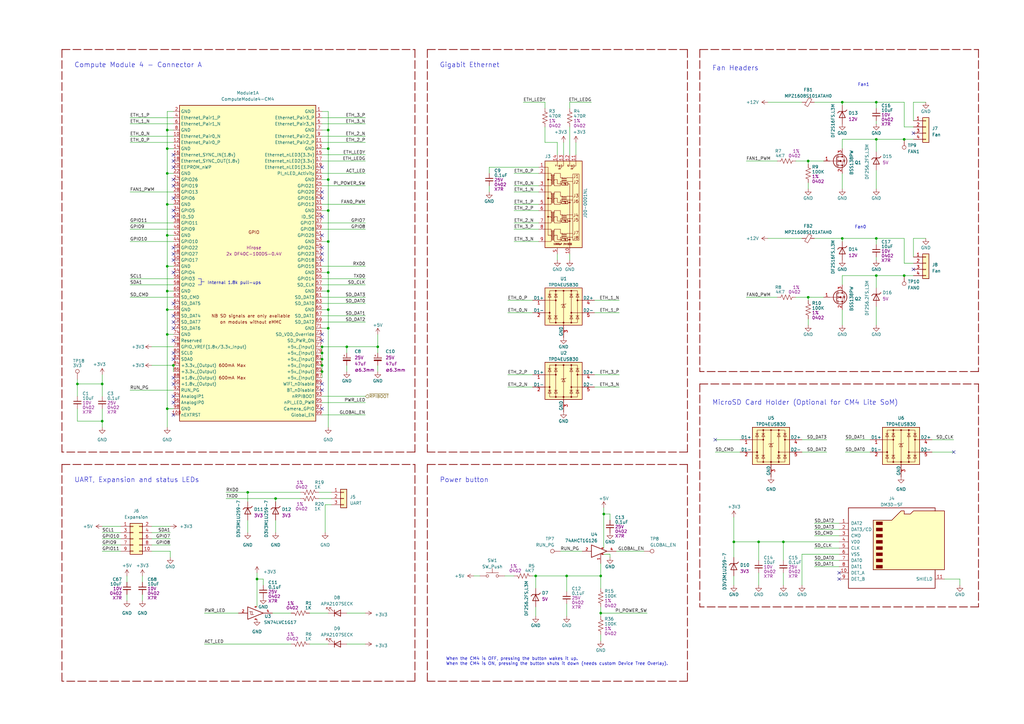
<source format=kicad_sch>
(kicad_sch (version 20211123) (generator eeschema)
  (paper "A3")
  (title_block (title "Pintry X2") (rev "${RevNum}") (company "www.cezarchirila.com") (comment 1 "2-bay NAS based on RPi CM4") (comment 9 "${DrawnBy}"))
  (junction (at 71.12 149.86) (diameter 0.9144))
  (junction (at 132.08 152.4) (diameter 0.9144))
  (junction (at 68.58 83.82) (diameter 0.9144))
  (junction (at 370.84 113.03) (diameter 0.9144))
  (junction (at 359.41 41.91) (diameter 0.9144))
  (junction (at 345.44 41.91) (diameter 0.9144))
  (junction (at 41.91 172.72) (diameter 0.9144))
  (junction (at 134.62 73.66) (diameter 0.9144))
  (junction (at 68.58 109.22) (diameter 0.9144))
  (junction (at 68.58 137.16) (diameter 0.9144))
  (junction (at 359.41 113.03) (diameter 0.9144))
  (junction (at 134.62 127) (diameter 0.9144))
  (junction (at 134.62 134.62) (diameter 0.9144))
  (junction (at 134.62 99.06) (diameter 0.9144))
  (junction (at 321.31 222.25) (diameter 0.9144))
  (junction (at 331.47 66.04) (diameter 0.9144))
  (junction (at 134.62 111.76) (diameter 0.9144))
  (junction (at 105.41 237.49) (diameter 0.9144))
  (junction (at 132.08 147.32) (diameter 0.9144))
  (junction (at 134.62 86.36) (diameter 0.9144))
  (junction (at 345.44 97.79) (diameter 0.9144))
  (junction (at 331.47 121.92) (diameter 0.9144))
  (junction (at 142.24 142.24) (diameter 0.9144))
  (junction (at 370.84 57.15) (diameter 0.9144))
  (junction (at 246.38 251.46))
  (junction (at 300.99 222.25) (diameter 0.9144))
  (junction (at 68.58 53.34) (diameter 0.9144))
  (junction (at 134.62 60.96) (diameter 0.9144))
  (junction (at 68.58 167.64) (diameter 0.9144))
  (junction (at 113.03 204.47))
  (junction (at 68.58 119.38) (diameter 0.9144))
  (junction (at 154.94 142.24) (diameter 0.9144))
  (junction (at 311.15 222.25) (diameter 0.9144))
  (junction (at 134.62 119.38) (diameter 0.9144))
  (junction (at 232.41 236.22) (diameter 0.9144))
  (junction (at 132.08 142.24) (diameter 0.9144))
  (junction (at 132.08 149.86) (diameter 0.9144))
  (junction (at 359.41 97.79) (diameter 0.9144))
  (junction (at 68.58 96.52) (diameter 0.9144))
  (junction (at 68.58 127) (diameter 0.9144))
  (junction (at 101.6 201.93))
  (junction (at 41.91 157.48) (diameter 0.9144))
  (junction (at 219.71 236.22) (diameter 0.9144))
  (junction (at 68.58 71.12) (diameter 0.9144))
  (junction (at 246.38 236.22) (diameter 0.9144))
  (junction (at 134.62 53.34) (diameter 0.9144))
  (junction (at 132.08 144.78) (diameter 0.9144))
  (junction (at 359.41 57.15) (diameter 0.9144))
  (junction (at 247.65 210.82) (diameter 0.9144))
  (junction (at 68.58 60.96) (diameter 0.9144))
  (junction (at 31.75 157.48) (diameter 0.9144))
  (no_connect (at 374.65 54.61))
  (no_connect (at 71.12 129.54))
  (no_connect (at 71.12 162.56))
  (no_connect (at 71.12 165.1))
  (no_connect (at 71.12 170.18))
  (no_connect (at 293.37 180.34))
  (no_connect (at 391.16 185.42))
  (no_connect (at 374.65 110.49))
  (no_connect (at 71.12 73.66))
  (no_connect (at 71.12 76.2))
  (no_connect (at 71.12 81.28))
  (no_connect (at 71.12 86.36))
  (no_connect (at 71.12 101.6))
  (no_connect (at 71.12 104.14))
  (no_connect (at 71.12 106.68))
  (no_connect (at 71.12 111.76))
  (no_connect (at 71.12 139.7))
  (no_connect (at 71.12 144.78))
  (no_connect (at 71.12 147.32))
  (no_connect (at 132.08 68.58))
  (no_connect (at 132.08 78.74))
  (no_connect (at 132.08 81.28))
  (no_connect (at 132.08 96.52))
  (no_connect (at 132.08 101.6))
  (no_connect (at 132.08 104.14))
  (no_connect (at 132.08 106.68))
  (no_connect (at 71.12 88.9))
  (no_connect (at 71.12 124.46))
  (no_connect (at 71.12 132.08))
  (no_connect (at 71.12 134.62))
  (no_connect (at 132.08 88.9))
  (no_connect (at 132.08 137.16))
  (no_connect (at 132.08 139.7))
  (no_connect (at 132.08 157.48))
  (no_connect (at 132.08 160.02))
  (no_connect (at 132.08 167.64))
  (no_connect (at 344.17 234.95))
  (no_connect (at 344.17 237.49))
  (no_connect (at 71.12 63.5))
  (no_connect (at 71.12 66.04))
  (no_connect (at 71.12 68.58))
  (no_connect (at 71.12 154.94))
  (no_connect (at 71.12 157.48))
  (wire (pts (xy 123.19 204.47) (xy 113.03 204.47)))
  (wire (pts (xy 105.41 234.95) (xy 105.41 237.49)))
  (wire (pts (xy 374.65 107.95) (xy 370.84 107.95)))
  (polyline (pts (xy 287.02 20.32) (xy 287.02 152.4)) (stroke (width 0.3) (type dash) (color 132 0 0 1)))
  (wire (pts (xy 370.84 41.91) (xy 359.41 41.91)))
  (wire (pts (xy 370.84 52.07) (xy 370.84 41.91)))
  (wire (pts (xy 374.65 52.07) (xy 370.84 52.07)))
  (polyline (pts (xy 170.18 20.32) (xy 170.18 185.42)) (stroke (width 0.3) (type dash) (color 132 0 0 1)))
  (wire (pts (xy 53.34 114.3) (xy 71.12 114.3)))
  (wire (pts (xy 142.24 251.46) (xy 149.86 251.46)))
  (wire (pts (xy 132.08 66.04) (xy 149.86 66.04)))
  (wire (pts (xy 130.81 201.93) (xy 135.89 201.93)))
  (wire (pts (xy 334.01 97.79) (xy 345.44 97.79)))
  (wire (pts (xy 208.28 128.27) (xy 218.44 128.27)))
  (wire (pts (xy 311.15 234.95) (xy 311.15 240.03)))
  (wire (pts (xy 132.08 73.66) (xy 134.62 73.66)))
  (wire (pts (xy 200.66 68.58) (xy 200.66 71.12)))
  (wire (pts (xy 220.98 68.58) (xy 200.66 68.58)))
  (wire (pts (xy 246.38 260.35) (xy 246.38 262.89)))
  (wire (pts (xy 69.85 218.44) (xy 62.23 218.44)))
  (wire (pts (xy 246.38 251.46) (xy 265.43 251.46)))
  (wire (pts (xy 127 251.46) (xy 134.62 251.46)))
  (wire (pts (xy 69.85 215.9) (xy 62.23 215.9)))
  (wire (pts (xy 62.23 149.86) (xy 71.12 149.86)))
  (wire (pts (xy 223.52 41.91) (xy 223.52 44.45)))
  (wire (pts (xy 194.31 236.22) (xy 196.85 236.22)))
  (wire (pts (xy 68.58 119.38) (xy 71.12 119.38)))
  (wire (pts (xy 345.44 127) (xy 345.44 133.35)))
  (wire (pts (xy 69.85 226.06) (xy 69.85 228.6)))
  (wire (pts (xy 210.82 71.12) (xy 220.98 71.12)))
  (wire (pts (xy 331.47 121.92) (xy 337.82 121.92)))
  (wire (pts (xy 154.94 149.86) (xy 154.94 152.4)))
  (wire (pts (xy 339.09 185.42) (xy 328.93 185.42)))
  (wire (pts (xy 359.41 125.73) (xy 359.41 133.35)))
  (wire (pts (xy 328.93 227.33) (xy 344.17 227.33)))
  (wire (pts (xy 68.58 96.52) (xy 71.12 96.52)))
  (wire (pts (xy 132.08 170.18) (xy 149.86 170.18)))
  (wire (pts (xy 132.08 63.5) (xy 149.86 63.5)))
  (wire (pts (xy 132.08 86.36) (xy 134.62 86.36)))
  (wire (pts (xy 68.58 137.16) (xy 71.12 137.16)))
  (wire (pts (xy 132.08 71.12) (xy 149.86 71.12)))
  (wire (pts (xy 31.75 157.48) (xy 31.75 162.56)))
  (wire (pts (xy 101.6 205.74) (xy 101.6 201.93)))
  (wire (pts (xy 92.71 201.93) (xy 101.6 201.93)))
  (wire (pts (xy 247.65 208.28) (xy 247.65 210.82)))
  (wire (pts (xy 210.82 91.44) (xy 220.98 91.44)))
  (wire (pts (xy 210.82 86.36) (xy 220.98 86.36)))
  (wire (pts (xy 208.28 153.67) (xy 218.44 153.67)))
  (wire (pts (xy 207.01 236.22) (xy 210.82 236.22)))
  (wire (pts (xy 359.41 57.15) (xy 359.41 62.23)))
  (wire (pts (xy 370.84 57.15) (xy 359.41 57.15)))
  (wire (pts (xy 374.65 57.15) (xy 370.84 57.15)))
  (wire (pts (xy 71.12 160.02) (xy 53.34 160.02)))
  (wire (pts (xy 359.41 105.41) (xy 359.41 106.68)))
  (wire (pts (xy 208.28 158.75) (xy 218.44 158.75)))
  (wire (pts (xy 149.86 116.84) (xy 132.08 116.84)))
  (wire (pts (xy 250.19 210.82) (xy 247.65 210.82)))
  (wire (pts (xy 53.34 99.06) (xy 71.12 99.06)))
  (wire (pts (xy 62.23 223.52) (xy 69.85 223.52)))
  (wire (pts (xy 149.86 129.54) (xy 132.08 129.54)))
  (wire (pts (xy 68.58 83.82) (xy 71.12 83.82)))
  (wire (pts (xy 236.22 58.42) (xy 236.22 63.5)))
  (wire (pts (xy 149.86 132.08) (xy 132.08 132.08)))
  (wire (pts (xy 83.82 251.46) (xy 97.79 251.46)))
  (wire (pts (xy 132.08 142.24) (xy 142.24 142.24)))
  (wire (pts (xy 142.24 142.24) (xy 154.94 142.24)))
  (wire (pts (xy 154.94 144.78) (xy 154.94 142.24)))
  (wire (pts (xy 132.08 142.24) (xy 132.08 144.78)))
  (wire (pts (xy 132.08 144.78) (xy 132.08 147.32)))
  (wire (pts (xy 132.08 147.32) (xy 132.08 149.86)))
  (wire (pts (xy 132.08 149.86) (xy 132.08 152.4)))
  (wire (pts (xy 132.08 152.4) (xy 132.08 154.94)))
  (wire (pts (xy 359.41 97.79) (xy 345.44 97.79)))
  (wire (pts (xy 321.31 222.25) (xy 344.17 222.25)))
  (wire (pts (xy 254 158.75) (xy 243.84 158.75)))
  (wire (pts (xy 314.96 41.91) (xy 328.93 41.91)))
  (wire (pts (xy 374.65 41.91) (xy 374.65 49.53)))
  (wire (pts (xy 379.73 41.91) (xy 374.65 41.91)))
  (wire (pts (xy 62.23 226.06) (xy 69.85 226.06)))
  (wire (pts (xy 334.01 232.41) (xy 344.17 232.41)))
  (wire (pts (xy 113.03 205.74) (xy 113.03 204.47)))
  (wire (pts (xy 210.82 99.06) (xy 220.98 99.06)))
  (wire (pts (xy 232.41 236.22) (xy 232.41 242.57)))
  (wire (pts (xy 359.41 49.53) (xy 359.41 50.8)))
  (wire (pts (xy 293.37 185.42) (xy 303.53 185.42)))
  (wire (pts (xy 210.82 83.82) (xy 220.98 83.82)))
  (wire (pts (xy 370.84 113.03) (xy 359.41 113.03)))
  (wire (pts (xy 374.65 113.03) (xy 370.84 113.03)))
  (wire (pts (xy 326.39 121.92) (xy 331.47 121.92)))
  (wire (pts (xy 149.86 114.3) (xy 132.08 114.3)))
  (wire (pts (xy 132.08 165.1) (xy 149.86 165.1)))
  (wire (pts (xy 345.44 113.03) (xy 359.41 113.03)))
  (wire (pts (xy 149.86 83.82) (xy 132.08 83.82)))
  (wire (pts (xy 132.08 124.46) (xy 149.86 124.46)))
  (polyline (pts (xy 25.4 190.5) (xy 25.4 279.4)) (stroke (width 0.3) (type dash) (color 132 0 0 1)))
  (wire (pts (xy 254 128.27) (xy 243.84 128.27)))
  (wire (pts (xy 149.86 264.16) (xy 142.24 264.16)))
  (wire (pts (xy 105.41 237.49) (xy 105.41 248.92)))
  (wire (pts (xy 149.86 121.92) (xy 132.08 121.92)))
  (wire (pts (xy 300.99 222.25) (xy 311.15 222.25)))
  (wire (pts (xy 233.68 41.91) (xy 233.68 44.45)))
  (wire (pts (xy 133.35 207.01) (xy 135.89 207.01)))
  (wire (pts (xy 133.35 218.44) (xy 133.35 207.01)))
  (wire (pts (xy 306.07 66.04) (xy 318.77 66.04)))
  (wire (pts (xy 311.15 222.25) (xy 321.31 222.25)))
  (wire (pts (xy 311.15 229.87) (xy 311.15 222.25)))
  (wire (pts (xy 218.44 236.22) (xy 219.71 236.22)))
  (wire (pts (xy 219.71 236.22) (xy 232.41 236.22)))
  (wire (pts (xy 232.41 236.22) (xy 246.38 236.22)))
  (wire (pts (xy 154.94 137.16) (xy 154.94 142.24)))
  (wire (pts (xy 334.01 214.63) (xy 344.17 214.63)))
  (wire (pts (xy 208.28 123.19) (xy 218.44 123.19)))
  (wire (pts (xy 119.38 264.16) (xy 83.82 264.16)))
  (wire (pts (xy 331.47 121.92) (xy 331.47 123.19)))
  (wire (pts (xy 132.08 127) (xy 134.62 127)))
  (wire (pts (xy 359.41 100.33) (xy 359.41 97.79)))
  (wire (pts (xy 321.31 229.87) (xy 321.31 222.25)))
  (polyline (pts (xy 401.32 152.4) (xy 287.02 152.4)) (stroke (width 0.3) (type dash) (color 132 0 0 1)))
  (wire (pts (xy 53.34 78.74) (xy 71.12 78.74)))
  (wire (pts (xy 41.91 226.06) (xy 49.53 226.06)))
  (wire (pts (xy 119.38 251.46) (xy 111.76 251.46)))
  (wire (pts (xy 52.07 236.22) (xy 52.07 238.76)))
  (wire (pts (xy 359.41 113.03) (xy 359.41 118.11)))
  (wire (pts (xy 53.34 121.92) (xy 71.12 121.92)))
  (wire (pts (xy 53.34 55.88) (xy 71.12 55.88)))
  (wire (pts (xy 219.71 248.92) (xy 219.71 252.73)))
  (wire (pts (xy 132.08 60.96) (xy 134.62 60.96)))
  (wire (pts (xy 200.66 76.2) (xy 200.66 78.74)))
  (wire (pts (xy 68.58 60.96) (xy 71.12 60.96)))
  (wire (pts (xy 314.96 97.79) (xy 328.93 97.79)))
  (wire (pts (xy 346.71 185.42) (xy 356.87 185.42)))
  (wire (pts (xy 92.71 204.47) (xy 113.03 204.47)))
  (wire (pts (xy 62.23 220.98) (xy 69.85 220.98)))
  (wire (pts (xy 382.27 180.34) (xy 391.16 180.34)))
  (wire (pts (xy 250.19 213.36) (xy 250.19 210.82)))
  (wire (pts (xy 334.01 224.79) (xy 344.17 224.79)))
  (wire (pts (xy 334.01 219.71) (xy 344.17 219.71)))
  (polyline (pts (xy 281.94 279.4) (xy 175.26 279.4)) (stroke (width 0.3) (type dash) (color 132 0 0 1)))
  (wire (pts (xy 321.31 234.95) (xy 321.31 240.03)))
  (wire (pts (xy 345.44 71.12) (xy 345.44 77.47)))
  (wire (pts (xy 370.84 107.95) (xy 370.84 97.79)))
  (wire (pts (xy 53.34 116.84) (xy 71.12 116.84)))
  (wire (pts (xy 246.38 248.92) (xy 246.38 251.46)))
  (wire (pts (xy 246.38 251.46) (xy 246.38 252.73)))
  (wire (pts (xy 41.91 153.67) (xy 41.91 157.48)))
  (wire (pts (xy 134.62 264.16) (xy 127 264.16)))
  (wire (pts (xy 132.08 119.38) (xy 134.62 119.38)))
  (wire (pts (xy 359.41 69.85) (xy 359.41 77.47)))
  (wire (pts (xy 345.44 97.79) (xy 345.44 99.06)))
  (polyline (pts (xy 401.32 248.92) (xy 287.02 248.92)) (stroke (width 0.3) (type dash) (color 132 0 0 1)))
  (polyline (pts (xy 175.26 20.32) (xy 281.94 20.32)) (stroke (width 0.3) (type dash) (color 132 0 0 1)))
  (wire (pts (xy 31.75 157.48) (xy 41.91 157.48)))
  (wire (pts (xy 41.91 157.48) (xy 41.91 162.56)))
  (wire (pts (xy 149.86 50.8) (xy 132.08 50.8)))
  (wire (pts (xy 223.52 58.42) (xy 223.52 52.07)))
  (wire (pts (xy 228.6 58.42) (xy 223.52 58.42)))
  (wire (pts (xy 228.6 63.5) (xy 228.6 58.42)))
  (wire (pts (xy 53.34 50.8) (xy 71.12 50.8)))
  (wire (pts (xy 49.53 220.98) (xy 41.91 220.98)))
  (wire (pts (xy 334.01 41.91) (xy 345.44 41.91)))
  (wire (pts (xy 345.44 41.91) (xy 345.44 43.18)))
  (wire (pts (xy 68.58 167.64) (xy 71.12 167.64)))
  (wire (pts (xy 345.44 57.15) (xy 359.41 57.15)))
  (wire (pts (xy 345.44 60.96) (xy 345.44 57.15)))
  (polyline (pts (xy 281.94 185.42) (xy 175.26 185.42)) (stroke (width 0.3) (type dash) (color 132 0 0 1)))
  (wire (pts (xy 53.34 91.44) (xy 71.12 91.44)))
  (wire (pts (xy 300.99 212.09) (xy 300.99 222.25)))
  (wire (pts (xy 300.99 222.25) (xy 300.99 228.6)))
  (wire (pts (xy 132.08 91.44) (xy 149.86 91.44)))
  (wire (pts (xy 293.37 180.34) (xy 303.53 180.34)))
  (wire (pts (xy 228.6 104.14) (xy 228.6 106.68)))
  (wire (pts (xy 306.07 121.92) (xy 318.77 121.92)))
  (wire (pts (xy 379.73 97.79) (xy 374.65 97.79)))
  (polyline (pts (xy 170.18 185.42) (xy 25.4 185.42)) (stroke (width 0.3) (type dash) (color 132 0 0 1)))
  (polyline (pts (xy 170.18 190.5) (xy 170.18 279.4)) (stroke (width 0.3) (type dash) (color 132 0 0 1)))
  (wire (pts (xy 142.24 142.24) (xy 142.24 144.78)))
  (wire (pts (xy 359.41 41.91) (xy 345.44 41.91)))
  (wire (pts (xy 359.41 44.45) (xy 359.41 41.91)))
  (wire (pts (xy 132.08 134.62) (xy 134.62 134.62)))
  (wire (pts (xy 113.03 218.44) (xy 113.03 213.36)))
  (wire (pts (xy 41.91 175.26) (xy 41.91 172.72)))
  (wire (pts (xy 233.68 52.07) (xy 233.68 63.5)))
  (wire (pts (xy 62.23 142.24) (xy 71.12 142.24)))
  (wire (pts (xy 31.75 155.575) (xy 31.75 157.48)))
  (wire (pts (xy 58.42 243.84) (xy 58.42 246.38)))
  (wire (pts (xy 53.34 48.26) (xy 71.12 48.26)))
  (wire (pts (xy 393.7 237.49) (xy 393.7 240.03)))
  (wire (pts (xy 331.47 66.04) (xy 331.47 67.31)))
  (polyline (pts (xy 401.32 157.48) (xy 401.32 248.92)) (stroke (width 0.3) (type dash) (color 132 0 0 1)))
  (wire (pts (xy 370.84 97.79) (xy 359.41 97.79)))
  (wire (pts (xy 71.12 149.86) (xy 71.12 152.4)))
  (wire (pts (xy 107.95 237.49) (xy 105.41 237.49)))
  (wire (pts (xy 107.95 240.03) (xy 107.95 237.49)))
  (wire (pts (xy 246.38 236.22) (xy 246.38 241.3)))
  (wire (pts (xy 252.73 226.06) (xy 264.16 226.06)))
  (wire (pts (xy 49.53 218.44) (xy 41.91 218.44)))
  (wire (pts (xy 149.86 58.42) (xy 132.08 58.42)))
  (wire (pts (xy 53.34 58.42) (xy 71.12 58.42)))
  (wire (pts (xy 130.81 204.47) (xy 135.89 204.47)))
  (wire (pts (xy 101.6 218.44) (xy 101.6 213.36)))
  (wire (pts (xy 132.08 99.06) (xy 134.62 99.06)))
  (polyline (pts (xy 25.4 20.32) (xy 170.18 20.32)) (stroke (width 0.3) (type dash) (color 132 0 0 1)))
  (wire (pts (xy 53.34 93.98) (xy 71.12 93.98)))
  (wire (pts (xy 214.63 41.91) (xy 223.52 41.91)))
  (wire (pts (xy 31.75 172.72) (xy 41.91 172.72)))
  (wire (pts (xy 41.91 172.72) (xy 41.91 167.64)))
  (wire (pts (xy 334.01 229.87) (xy 344.17 229.87)))
  (polyline (pts (xy 25.4 190.5) (xy 170.18 190.5)) (stroke (width 0.3) (type dash) (color 132 0 0 1)))
  (wire (pts (xy 68.58 109.22) (xy 71.12 109.22)))
  (wire (pts (xy 345.44 116.84) (xy 345.44 113.03)))
  (wire (pts (xy 246.38 231.14) (xy 246.38 236.22)))
  (polyline (pts (xy 281.94 190.5) (xy 281.94 279.4)) (stroke (width 0.3) (type dash) (color 132 0 0 1)))
  (wire (pts (xy 123.19 201.93) (xy 101.6 201.93)))
  (wire (pts (xy 58.42 236.22) (xy 58.42 238.76)))
  (wire (pts (xy 68.58 127) (xy 71.12 127)))
  (wire (pts (xy 229.87 226.06) (xy 238.76 226.06)))
  (wire (pts (xy 339.09 180.34) (xy 328.93 180.34)))
  (wire (pts (xy 49.53 215.9) (xy 41.91 215.9)))
  (wire (pts (xy 219.71 236.22) (xy 219.71 241.3)))
  (wire (pts (xy 49.53 223.52) (xy 41.91 223.52)))
  (wire (pts (xy 233.68 41.91) (xy 242.57 41.91)))
  (polyline (pts (xy 401.32 20.32) (xy 401.32 152.4)) (stroke (width 0.3) (type dash) (color 132 0 0 1)))
  (wire (pts (xy 52.07 243.84) (xy 52.07 246.38)))
  (wire (pts (xy 328.93 227.33) (xy 328.93 240.03)))
  (polyline (pts (xy 175.26 190.5) (xy 281.94 190.5)) (stroke (width 0.3) (type dash) (color 132 0 0 1)))
  (wire (pts (xy 331.47 130.81) (xy 331.47 133.35)))
  (wire (pts (xy 68.58 71.12) (xy 71.12 71.12)))
  (wire (pts (xy 132.08 111.76) (xy 134.62 111.76)))
  (wire (pts (xy 149.86 48.26) (xy 132.08 48.26)))
  (polyline (pts (xy 81.28 114.3) (xy 82.55 114.3)) (stroke (width 0.1524) (type solid)))
  (polyline (pts (xy 81.28 116.84) (xy 82.55 116.84)) (stroke (width 0.1524) (type solid)))
  (polyline (pts (xy 82.55 114.3) (xy 82.55 115.57)) (stroke (width 0.1524) (type solid)))
  (polyline (pts (xy 82.55 115.57) (xy 82.55 116.84)) (stroke (width 0.1524) (type solid)))
  (polyline (pts (xy 82.55 115.57) (xy 83.82 115.57)) (stroke (width 0.1524) (type solid)))
  (wire (pts (xy 254 153.67) (xy 243.84 153.67)))
  (wire (pts (xy 334.01 217.17) (xy 344.17 217.17)))
  (polyline (pts (xy 175.26 190.5) (xy 175.26 279.4)) (stroke (width 0.3) (type dash) (color 132 0 0 1)))
  (wire (pts (xy 132.08 93.98) (xy 149.86 93.98)))
  (wire (pts (xy 382.27 185.42) (xy 391.16 185.42)))
  (wire (pts (xy 231.14 58.42) (xy 231.14 63.5)))
  (wire (pts (xy 326.39 66.04) (xy 331.47 66.04)))
  (wire (pts (xy 331.47 66.04) (xy 337.82 66.04)))
  (wire (pts (xy 68.58 53.34) (xy 71.12 53.34)))
  (wire (pts (xy 374.65 97.79) (xy 374.65 105.41)))
  (wire (pts (xy 247.65 210.82) (xy 247.65 224.79)))
  (wire (pts (xy 331.47 74.93) (xy 331.47 77.47)))
  (polyline (pts (xy 287.02 157.48) (xy 287.02 248.92)) (stroke (width 0.3) (type dash) (color 132 0 0 1)))
  (wire (pts (xy 346.71 180.34) (xy 356.87 180.34)))
  (polyline (pts (xy 287.02 157.48) (xy 401.32 157.48)) (stroke (width 0.3) (type dash) (color 132 0 0 1)))
  (polyline (pts (xy 170.18 279.4) (xy 25.4 279.4)) (stroke (width 0.3) (type dash) (color 132 0 0 1)))
  (wire (pts (xy 68.58 45.72) (xy 68.58 53.34)))
  (wire (pts (xy 68.58 53.34) (xy 68.58 60.96)))
  (wire (pts (xy 68.58 60.96) (xy 68.58 71.12)))
  (wire (pts (xy 68.58 71.12) (xy 68.58 83.82)))
  (wire (pts (xy 68.58 83.82) (xy 68.58 96.52)))
  (wire (pts (xy 68.58 96.52) (xy 68.58 109.22)))
  (wire (pts (xy 68.58 109.22) (xy 68.58 119.38)))
  (wire (pts (xy 68.58 119.38) (xy 68.58 127)))
  (wire (pts (xy 68.58 127) (xy 68.58 137.16)))
  (wire (pts (xy 68.58 137.16) (xy 68.58 167.64)))
  (wire (pts (xy 68.58 167.64) (xy 68.58 175.26)))
  (wire (pts (xy 71.12 45.72) (xy 68.58 45.72)))
  (wire (pts (xy 132.08 45.72) (xy 134.62 45.72)))
  (wire (pts (xy 134.62 45.72) (xy 134.62 53.34)))
  (wire (pts (xy 134.62 53.34) (xy 134.62 60.96)))
  (wire (pts (xy 134.62 60.96) (xy 134.62 73.66)))
  (wire (pts (xy 134.62 73.66) (xy 134.62 86.36)))
  (wire (pts (xy 134.62 86.36) (xy 134.62 99.06)))
  (wire (pts (xy 134.62 99.06) (xy 134.62 111.76)))
  (wire (pts (xy 134.62 111.76) (xy 134.62 119.38)))
  (wire (pts (xy 134.62 119.38) (xy 134.62 127)))
  (wire (pts (xy 134.62 127) (xy 134.62 134.62)))
  (wire (pts (xy 134.62 134.62) (xy 134.62 175.26)))
  (wire (pts (xy 149.86 55.88) (xy 132.08 55.88)))
  (wire (pts (xy 210.82 76.2) (xy 220.98 76.2)))
  (wire (pts (xy 300.99 236.22) (xy 300.99 240.03)))
  (polyline (pts (xy 25.4 20.32) (xy 25.4 185.42)) (stroke (width 0.3) (type dash) (color 132 0 0 1)))
  (wire (pts (xy 247.65 227.33) (xy 250.19 227.33)))
  (wire (pts (xy 250.19 227.33) (xy 250.19 228.6)))
  (wire (pts (xy 142.24 149.86) (xy 142.24 152.4)))
  (wire (pts (xy 210.82 78.74) (xy 220.98 78.74)))
  (polyline (pts (xy 175.26 20.32) (xy 175.26 185.42)) (stroke (width 0.3) (type dash) (color 132 0 0 1)))
  (wire (pts (xy 233.68 104.14) (xy 233.68 106.68)))
  (wire (pts (xy 387.35 237.49) (xy 393.7 237.49)))
  (wire (pts (xy 254 123.19) (xy 243.84 123.19)))
  (wire (pts (xy 31.75 167.64) (xy 31.75 172.72)))
  (wire (pts (xy 132.08 53.34) (xy 134.62 53.34)))
  (wire (pts (xy 232.41 247.65) (xy 232.41 252.73)))
  (wire (pts (xy 132.08 109.22) (xy 149.86 109.22)))
  (wire (pts (xy 132.08 76.2) (xy 149.86 76.2)))
  (polyline (pts (xy 287.02 20.32) (xy 401.32 20.32)) (stroke (width 0.3) (type dash) (color 132 0 0 1)))
  (wire (pts (xy 132.08 162.56) (xy 149.86 162.56)))
  (polyline (pts (xy 281.94 20.32) (xy 281.94 185.42)) (stroke (width 0.3) (type dash) (color 132 0 0 1)))
  (wire (pts (xy 210.82 93.98) (xy 220.98 93.98)))
  (text "Gigabit Ethernet\n" (at 180.34 27.94 0) (effects (font (size 2 2)) (justify left bottom)))
  (text "Internal 1.8k pull-ups\n" (at 85.09 116.84 0) (effects (font (size 1.27 1.27)) (justify left bottom)))
  (text "When the CM4 is OFF, pressing the button wakes it up.\nWhen the CM4 is ON, pressing the button shuts it down (needs custom Device Tree Overlay)." (at 182.88 273.05 0) (effects (font (size 1.27 1.27)) (justify left bottom)))
  (text "UART, Expansion and status LEDs" (at 30.48 198.12 0) (effects (font (size 2 2)) (justify left bottom)))
  (text "MicroSD Card Holder (Optional for CM4 Lite SoM)" (at 292.1 166.37 0) (effects (font (size 2 2)) (justify left bottom)))
  (text "Fan1" (at 351.79 35.56 0) (effects (font (size 1.27 1.27)) (justify left bottom)))
  (text "Fan0" (at 350.52 93.98 0) (effects (font (size 1.27 1.27)) (justify left bottom)))
  (text "Fan Headers\n" (at 292.1 29.21 0) (effects (font (size 2 2)) (justify left bottom)))
  (text "Power button\n" (at 180.34 198.12 0) (effects (font (size 2 2)) (justify left bottom)))
  (text "Compute Module 4 - Connector A\n" (at 30.48 27.94 0) (effects (font (size 2 2)) (justify left bottom)))
  (label "GPIO7" (at 149.86 91.44 180))
  (label "ETH_3_P" (at 210.82 93.98 0))
  (label "ETH_0_P" (at 53.34 58.42 0))
  (label "ETH_3_P" (at 254 153.67 180))
  (label "GLOBAL_EN" (at 264.16 226.06 180))
  (label "GPIO9" (at 41.91 223.52 0))
  (label "SD_CMD" (at 53.34 121.92 0))
  (label "SD_CLK" (at 334.01 224.79 0))
  (label "ETH_LEDY" (at 149.86 63.5 180))
  (label "SD_DAT0" (at 149.86 124.46 180))
  (label "ETH_1_P" (at 254 128.27 180))
  (label "FAN1_PWM" (at 306.07 66.04 0))
  (label "ACT_LED" (at 83.82 264.16 0))
  (label "ETH_2_P" (at 149.86 58.42 180))
  (label "ACT_LED" (at 149.86 71.12 180))
  (label "SD_DAT2" (at 339.09 185.42 180))
  (label "ETH_1_P" (at 210.82 83.82 0))
  (label "SCL1" (at 41.91 218.44 0))
  (label "FAN0_PWM" (at 149.86 83.82 180))
  (label "ETH_2_P" (at 208.28 153.67 0))
  (label "SD_DAT2" (at 334.01 214.63 0))
  (label "ETH_1_N" (at 210.82 78.74 0))
  (label "TXD0" (at 92.71 204.47 0))
  (label "ETH_1_P" (at 53.34 48.26 0))
  (label "SD_DAT1" (at 149.86 129.54 180))
  (label "ETH_3_N" (at 149.86 50.8 180))
  (label "PWR_LED" (at 83.82 251.46 0))
  (label "GPIO9" (at 53.34 93.98 0))
  (label "PI_POWER_SW" (at 265.43 251.46 180))
  (label "ETH_0_N" (at 210.82 76.2 0))
  (label "PI_POWER_SW" (at 149.86 76.2 180))
  (label "SD_DAT1" (at 346.71 180.34 0))
  (label "SD_DAT3" (at 149.86 121.92 180))
  (label "SD_DAT3" (at 339.09 180.34 180))
  (label "RXD0" (at 92.71 201.93 0))
  (label "GLOBAL_EN" (at 149.86 170.18 180))
  (label "SCL1" (at 53.34 114.3 0))
  (label "ETH_1_N" (at 254 123.19 180))
  (label "TXD0" (at 149.86 114.3 180))
  (label "ETH_LEDG" (at 149.86 66.04 180))
  (label "FAN0_PWM" (at 306.07 121.92 0))
  (label "SD_DAT3" (at 334.01 217.17 0))
  (label "ETH_0_P" (at 210.82 71.12 0))
  (label "GPIO8" (at 149.86 93.98 180))
  (label "FAN1_PWM" (at 53.34 78.74 0))
  (label "SD_CMD" (at 334.01 219.71 0))
  (label "PWR_LED" (at 149.86 165.1 180))
  (label "SD_DAT0" (at 346.71 185.42 0))
  (label "GPIO7" (at 69.85 220.98 180))
  (label "ETH_2_N" (at 210.82 91.44 0))
  (label "ETH_LEDY" (at 214.63 41.91 0))
  (label "ETH_2_N" (at 208.28 158.75 0))
  (label "GPIO11" (at 53.34 91.44 0))
  (label "RUN_PG" (at 53.34 160.02 0))
  (label "GPIO10" (at 53.34 99.06 0))
  (label "ETH_1_N" (at 53.34 50.8 0))
  (label "SD_CMD" (at 293.37 185.42 0))
  (label "ETH_0_N" (at 208.28 128.27 0))
  (label "GPIO8" (at 69.85 223.52 180))
  (label "SD_DAT1" (at 334.01 232.41 0))
  (label "GPIO11" (at 41.91 226.06 0))
  (label "SD_DAT0" (at 334.01 229.87 0))
  (label "SD_DAT2" (at 149.86 132.08 180))
  (label "RXD0" (at 149.86 109.22 180))
  (label "RUN_PG" (at 229.87 226.06 0))
  (label "ETH_2_N" (at 149.86 55.88 180))
  (label "ETH_0_P" (at 208.28 123.19 0))
  (label "ETH_0_N" (at 53.34 55.88 0))
  (label "SD_CLK" (at 149.86 116.84 180))
  (label "ETH_2_P" (at 210.82 86.36 0))
  (label "ETH_LEDG" (at 242.57 41.91 180))
  (label "ETH_3_P" (at 149.86 48.26 180))
  (label "ETH_3_N" (at 254 158.75 180))
  (label "ETH_3_N" (at 210.82 99.06 0))
  (label "SD_CLK" (at 391.16 180.34 180))
  (label "GPIO10" (at 41.91 220.98 0))
  (label "SDA1" (at 69.85 218.44 180))
  (label "SDA1" (at 53.34 116.84 0))
  (hierarchical_label "~{RPIBOOT}" (shape input) (at 149.86 162.56 0))
  (symbol (lib_id "power:+3.3V") (at 58.42 236.22 0) (unit 1)
    (property "Reference" "#PWR0159" (effects hide))
    (property "Value" "+3.3V" (at 58.42 231.9654 0))
  )
  (symbol (lib_id "Connector:TestPoint") (at 264.16 226.06 270) (unit 1)
    (property "Reference" "TP8" (at 266.6366 220.98 90) (effects (justify left)))
    (property "Value" "GLOBAL_EN" (at 266.6366 223.52 90) (effects (justify left)))
    (property "Footprint" "PintryParts-Footprints:TestPoint_Pad_D1.0mm" (effects hide))
  )
  (symbol (lib_id "power:+5V") (at 194.31 236.22 90) (unit 1)
    (property "Reference" "#PWR034" (effects hide))
    (property "Value" "+5V" (at 190.5 236.2201 90) (effects (justify left)))
  )
  (symbol (lib_id "power:+3.3V") (at 41.91 153.67 0) (unit 1)
    (property "Reference" "#PWR03" (effects hide))
    (property "Value" "+3.3V" (at 38.1 149.4154 0) (effects (justify left)))
  )
  (symbol (lib_id "PintryParts-Symbols:D3V3M1U259-7") (at 300.99 232.41 270) (unit 1)
    (property "Reference" "D10" (at 303.53 231.7749 90) (effects (justify left)))
    (property "Value" "D3V3M1U259-7" (at 297.18 226.6949 0) (effects (justify left)))
    (property "Footprint" "Diode_SMD:D_SOD-923" (effects hide))
    (property "Datasheet" "https://www.diodes.com/assets/Datasheets/D3V3M1U2S9.pdf" (effects hide))
    (property "VRWM" "3V3" (at 303.53 234.3149 90) (effects (justify left)))
    (property "Part Number" "D3V3M1U2S9-7" (effects hide))
    (property "Manufacturer" "Diodes" (effects hide))
  )
  (symbol (lib_id "PintryParts-Symbols:TPD4EUSB30") (at 369.57 182.88 0) (unit 1)
    (property "Reference" "U6" (at 369.57 171.45 0))
    (property "Value" "TPD4EUSB30" (at 369.57 173.99 0))
    (property "Footprint" "Package_SON:USON-10_2.5x1.0mm_P0.5mm" (effects hide))
    (property "Datasheet" "http://www.ti.com/lit/ds/symlink/tpd2eusb30a.pdf" (effects hide))
    (property "Part Number" "TPD4EUSB30DQAR" (effects hide))
    (property "Manufacturer" "Texas Instruments" (effects hide))
  )
  (symbol (lib_id "PintryParts-Symbols:MPZ1608S101ATAH0") (at 331.47 97.79 270) (unit 1)
    (property "Reference" "FB2" (at 331.47 92.71 90))
    (property "Value" "MPZ1608S101ATAH0" (at 331.47 95.25 90))
    (property "Footprint" "PintryParts-Footprints:L_0603_1608Metric" (effects hide))
    (property "Datasheet" "https://product.tdk.com/info/en/catalog/datasheets/beads_commercial_power_mpz1608_en.pdf?ref_disty=digikey" (effects hide))
    (property "Impedance" "100Ω @ 100MHz" (effects hide))
    (property "Manufacturer" "TDK" (effects hide))
    (property "Part Number" "MPZ1608S101ATAH0" (effects hide))
  )
  (symbol (lib_id "Device:R_US") (at 223.52 48.26 0) (unit 1)
    (property "Reference" "R3" (at 225.044 45.5929 0) (effects (justify left)))
    (property "Value" "470R" (at 225.044 47.6249 0) (effects (justify left)))
    (property "Footprint" "PintryParts-Footprints:R_0402_1005Metric" (effects hide))
    (property "Tolerance" "1%" (at 225.044 49.53 0) (effects (justify left)))
    (property "Size" "0402" (at 225.044 51.562 0) (effects (justify left)))
  )
  (symbol (lib_id "PintryParts-Symbols:TPD4EUSB30") (at 231.14 125.73 0) (unit 1)
    (property "Reference" "U1" (at 231.14 114.3 0))
    (property "Value" "TPD4EUSB30" (at 231.14 116.84 0))
    (property "Footprint" "Package_SON:USON-10_2.5x1.0mm_P0.5mm" (effects hide))
    (property "Datasheet" "http://www.ti.com/lit/ds/symlink/tpd2eusb30a.pdf" (effects hide))
    (property "Part Number" "TPD4EUSB30DQAR" (effects hide))
    (property "Manufacturer" "Texas Instruments" (effects hide))
  )
  (symbol (lib_id "power:+5V") (at 41.91 215.9 90) (unit 1)
    (property "Reference" "#PWR0162" (effects hide))
    (property "Value" "+5V" (at 38.1 215.9001 90) (effects (justify left)))
  )
  (symbol (lib_id "Device:C_Small") (at 250.19 215.9 0) (unit 1)
    (property "Reference" "C13" (at 252.222 212.2169 0) (effects (justify left)))
    (property "Value" "0.1uF" (at 252.222 214.1219 0) (effects (justify left)))
    (property "Footprint" "PintryParts-Footprints:C_0402_1005Metric" (effects hide))
    (property "Voltage Rating" "25V" (at 252.222 216.027 0) (effects (justify left)))
    (property "Size" "0402" (at 252.222 217.932 0) (effects (justify left)))
    (property "Type" "X7R" (at 252.222 219.837 0) (effects (justify left)))
  )
  (symbol (lib_id "PintryParts-Symbols:SN74LVC1G17") (at 105.41 251.46 0) (unit 1)
    (property "Reference" "U3" (at 109.855 252.73 0))
    (property "Value" "SN74LVC1G17" (at 114.935 255.27 0))
    (property "Footprint" "Package_TO_SOT_SMD:SOT-23-5" (effects hide))
    (property "Datasheet" "https://www.ti.com/lit/ds/symlink/sn74lvc1g17.pdf" (effects hide))
    (property "Manufacturer" "Texas Instruments" (effects hide))
    (property "Part Number" "SN74LVC1G17DBVR" (effects hide))
  )
  (symbol (lib_id "power:+12V") (at 314.96 41.91 90) (unit 1)
    (property "Reference" "#PWR055" (effects hide))
    (property "Value" "+12V" (at 308.61 41.9099 90))
  )
  (symbol (lib_id "power:GND") (at 379.73 41.91 0) (unit 1)
    (property "Reference" "#PWR070" (effects hide))
    (property "Value" "GND" (at 379.73 45.72 0))
  )
  (symbol (lib_id "power:GND") (at 250.19 228.6 0) (unit 1)
    (property "Reference" "#PWR043" (effects hide))
    (property "Value" "GND" (at 250.19 232.41 0))
  )
  (symbol (lib_id "Device:C_Small") (at 232.41 245.11 0) (unit 1)
    (property "Reference" "C12" (at 234.442 241.4269 0) (effects (justify left)))
    (property "Value" "0.1uF" (at 234.442 243.3319 0) (effects (justify left)))
    (property "Footprint" "PintryParts-Footprints:C_0402_1005Metric" (effects hide))
    (property "Voltage Rating" "25V" (at 234.442 245.237 0) (effects (justify left)))
    (property "Size" "0402" (at 234.442 247.142 0) (effects (justify left)))
    (property "Type" "X7R" (at 234.442 249.047 0) (effects (justify left)))
  )
  (symbol (lib_id "Device:C_Small") (at 359.41 102.87 0) (unit 1)
    (property "Reference" "C17" (at 361.442 99.1869 0) (effects (justify left)))
    (property "Value" "10uF" (at 361.442 101.0919 0) (effects (justify left)))
    (property "Footprint" "PintryParts-Footprints:C_0402_1005Metric" (effects hide))
    (property "Voltage Rating" "10V" (at 361.442 102.997 0) (effects (justify left)))
    (property "Size" "0402" (at 361.442 104.902 0) (effects (justify left)))
    (property "Type" "X7R" (at 361.442 106.807 0) (effects (justify left)))
  )
  (symbol (lib_id "power:GND") (at 321.31 240.03 0) (unit 1)
    (property "Reference" "#PWR050" (effects hide))
    (property "Value" "GND" (at 321.31 243.84 0))
  )
  (symbol (lib_id "Device:C_Small") (at 311.15 232.41 0) (unit 1)
    (property "Reference" "C14" (at 313.182 228.7269 0) (effects (justify left)))
    (property "Value" "10uF" (at 313.182 230.6319 0) (effects (justify left)))
    (property "Footprint" "PintryParts-Footprints:C_0402_1005Metric" (effects hide))
    (property "Voltage Rating" "10V" (at 313.182 232.537 0) (effects (justify left)))
    (property "Size" "0402" (at 313.182 234.442 0) (effects (justify left)))
    (property "Type" "X7R" (at 313.182 236.347 0) (effects (justify left)))
  )
  (symbol (lib_id "Device:R_US") (at 322.58 66.04 90) (unit 1)
    (property "Reference" "R7" (at 320.5479 61.976 90) (effects (justify left)))
    (property "Value" "4K7" (at 321.9449 63.881 90) (effects (justify left)))
    (property "Footprint" "PintryParts-Footprints:R_0402_1005Metric" (effects hide))
    (property "Tolerance" "1%" (at 325.12 61.976 90) (effects (justify right)))
    (property "Size" "0402" (at 323.342 63.881 90) (effects (justify right)))
  )
  (symbol (lib_id "Connector_Generic:Conn_01x03") (at 140.97 204.47 0) (unit 1)
    (property "Reference" "J5" (at 143.51 203.8349 0) (effects (justify left)))
    (property "Value" "UART" (at 143.51 206.3749 0) (effects (justify left)))
    (property "Footprint" "Connector_PinHeader_2.54mm:PinHeader_1x03_P2.54mm_Vertical" (effects hide))
    (property "Manufacturer" "Adam Tech" (effects hide))
    (property "Part Number" "PH1-03-UA" (effects hide))
  )
  (symbol (lib_id "Device:C_Small") (at 52.07 241.3 0) (mirror y) (unit 1)
    (property "Reference" "C67" (at 50.038 237.6169 0) (effects (justify left)))
    (property "Value" "10uF" (at 50.038 239.5219 0) (effects (justify left)))
    (property "Footprint" "PintryParts-Footprints:C_0402_1005Metric" (effects hide))
    (property "Voltage Rating" "10V" (at 50.038 241.427 0) (effects (justify left)))
    (property "Size" "0402" (at 50.038 243.332 0) (effects (justify left)))
    (property "Type" "X7R" (at 50.038 245.237 0) (effects (justify left)))
  )
  (symbol (lib_id "PintryParts-Symbols:JD0-0001NL") (at 231.14 83.82 0) (unit 1)
    (property "Reference" "J3" (at 223.52 64.1349 0) (effects (justify left)))
    (property "Value" "JD0-0001NL" (at 240.03 89.5349 90) (effects (justify left)))
    (property "Footprint" "PintryParts-Footprints:Pulse-JD0-0001NL-0-0-MFG" (effects hide))
    (property "Datasheet" "https://productfinder.pulseeng.com/doc_type/WEB301/doc_num/JD0-0001NL/doc_part/JD0-0001NL.pdf" (effects hide))
    (property "Manufacturer" "Pulse" (effects hide))
    (property "Part Number" "JD0-0001NL" (effects hide))
  )
  (symbol (lib_id "power:+12V") (at 314.96 97.79 90) (unit 1)
    (property "Reference" "#PWR0168" (effects hide))
    (property "Value" "+12V" (at 308.61 97.7899 90))
  )
  (symbol (lib_id "power:GND") (at 69.85 228.6 0) (unit 1)
    (property "Reference" "#PWR0163" (effects hide))
    (property "Value" "GND" (at 69.85 232.41 0))
  )
  (symbol (lib_id "Device:R_US") (at 127 204.47 270) (mirror x) (unit 1)
    (property "Reference" "R20" (at 129.0321 206.756 90) (effects (justify left)))
    (property "Value" "1K" (at 128.9051 208.661 90) (effects (justify left)))
    (property "Footprint" "PintryParts-Footprints:R_0402_1005Metric" (effects hide))
    (property "Tolerance" "1%" (at 124.46 206.756 90) (effects (justify right)))
    (property "Size" "0402" (at 126.238 208.661 90) (effects (justify right)))
  )
  (symbol (lib_id "Device:R_US") (at 123.19 251.46 270) (mirror x) (unit 1)
    (property "Reference" "R1" (at 125.2221 247.396 90) (effects (justify left)))
    (property "Value" "1K" (at 125.0951 249.301 90) (effects (justify left)))
    (property "Footprint" "PintryParts-Footprints:R_0402_1005Metric" (effects hide))
    (property "Tolerance" "1%" (at 120.65 247.396 90) (effects (justify right)))
    (property "Size" "0402" (at 122.428 249.301 90) (effects (justify right)))
  )
  (symbol (lib_id "PintryParts-Symbols:MPZ1608S101ATAH0") (at 331.47 41.91 270) (unit 1)
    (property "Reference" "FB1" (at 331.47 36.83 90))
    (property "Value" "MPZ1608S101ATAH0" (at 331.47 39.37 90))
    (property "Footprint" "PintryParts-Footprints:L_0603_1608Metric" (effects hide))
    (property "Datasheet" "https://product.tdk.com/info/en/catalog/datasheets/beads_commercial_power_mpz1608_en.pdf?ref_disty=digikey" (effects hide))
    (property "Impedance" "100Ω @ 100MHz" (effects hide))
    (property "Manufacturer" "TDK" (effects hide))
    (property "Part Number" "MPZ1608S101ATAH0" (effects hide))
  )
  (symbol (lib_id "power:GND") (at 133.35 218.44 0) (unit 1)
    (property "Reference" "#PWR057" (effects hide))
    (property "Value" "GND" (at 133.35 223.52 0))
  )
  (symbol (lib_id "power:+3.3V") (at 105.41 234.95 0) (mirror y) (unit 1)
    (property "Reference" "#PWR036" (effects hide))
    (property "Value" "+3.3V" (at 107.95 234.5054 0) (effects (justify right)))
  )
  (symbol (lib_id "power:GND") (at 369.57 195.58 0) (unit 1)
    (property "Reference" "#PWR065" (effects hide))
    (property "Value" "GND" (at 369.57 200.66 0))
  )
  (symbol (lib_id "power:+5V") (at 52.07 236.22 0) (mirror y) (unit 1)
    (property "Reference" "#PWR0157" (effects hide))
    (property "Value" "+5V" (at 52.0701 231.9654 0))
  )
  (symbol (lib_name "74xGxx:74AHCT1G126_1") (lib_id "74xGxx:74AHCT1G126") (at 246.38 226.06 0) (mirror x) (unit 1)
    (property "Reference" "U4" (at 245.11 219.2019 0) (effects (justify right)))
    (property "Value" "74AHCT1G126" (at 245.11 221.7419 0) (effects (justify right)))
    (property "Footprint" "Package_TO_SOT_SMD:SOT-353_SC-70-5" (effects hide))
    (property "Datasheet" "https://www.diodes.com/assets/Datasheets/74AHCT1G126.pdf" (effects hide))
    (property "Manufacturer" "Diodes" (effects hide))
    (property "Part Number" "74AHCT1G126SE-7" (effects hide))
  )
  (symbol (lib_id "power:GND") (at 316.23 195.58 0) (unit 1)
    (property "Reference" "#PWR053" (effects hide))
    (property "Value" "GND" (at 316.23 200.66 0))
  )
  (symbol (lib_id "power:GND") (at 359.41 50.8 0) (unit 1)
    (property "Reference" "#PWR066" (effects hide))
    (property "Value" "GND" (at 359.41 54.61 0))
  )
  (symbol (lib_id "Connector_Generic:Conn_01x04") (at 379.73 107.95 0) (unit 1)
    (property "Reference" "J8" (at 382.27 108.5849 0) (effects (justify left)))
    (property "Value" "Fan" (at 382.27 111.1249 0) (effects (justify left)))
    (property "Footprint" "Connector_Molex:Molex_KK-254_AE-6410-04A_1x04_P2.54mm_Vertical" (effects hide))
    (property "Manufacturer" "Molex" (effects hide))
    (property "Part Number" "47053-1000" (effects hide))
  )
  (symbol (lib_id "Device:C_Small") (at 321.31 232.41 0) (unit 1)
    (property "Reference" "C15" (at 323.342 228.7269 0) (effects (justify left)))
    (property "Value" "0.1uF" (at 323.342 230.6319 0) (effects (justify left)))
    (property "Footprint" "PintryParts-Footprints:C_0402_1005Metric" (effects hide))
    (property "Voltage Rating" "25V" (at 323.342 232.537 0) (effects (justify left)))
    (property "Size" "0402" (at 323.342 234.442 0) (effects (justify left)))
    (property "Type" "X7R" (at 323.342 236.347 0) (effects (justify left)))
  )
  (symbol (lib_id "power:GND") (at 233.68 106.68 0) (unit 1)
    (property "Reference" "#PWR032" (effects hide))
    (property "Value" "GND" (at 233.68 110.49 0))
  )
  (symbol (lib_id "power:+3.3V") (at 69.85 215.9 270) (unit 1)
    (property "Reference" "#PWR0161" (effects hide))
    (property "Value" "+3.3V" (at 73.66 215.8999 90) (effects (justify left)))
  )
  (symbol (lib_id "power:GND") (at 311.15 240.03 0) (unit 1)
    (property "Reference" "#PWR049" (effects hide))
    (property "Value" "GND" (at 311.15 243.84 0))
  )
  (symbol (lib_id "power:+3.3V") (at 62.23 142.24 90) (unit 1)
    (property "Reference" "#PWR08" (effects hide))
    (property "Value" "+3.3V" (at 59.2454 142.24 90) (effects (justify left)))
  )
  (symbol (lib_id "PintryParts-Symbols:D3V3M1U259-7") (at 113.03 209.55 270) (unit 1)
    (property "Reference" "D12" (at 115.57 208.9149 90) (effects (justify left)))
    (property "Value" "D3V3M1U259-7" (at 109.22 205.1049 0) (effects (justify left)))
    (property "Footprint" "Diode_SMD:D_SOD-923" (effects hide))
    (property "Datasheet" "https://www.diodes.com/assets/Datasheets/D3V3M1U2S9.pdf" (effects hide))
    (property "VRWM" "3V3" (at 115.57 211.4549 90) (effects (justify left)))
    (property "Part Number" "D3V3M1U2S9-7" (effects hide))
    (property "Manufacturer" "Diodes" (effects hide))
  )
  (symbol (lib_id "PintryParts-Symbols:TPD4EUSB30") (at 316.23 182.88 0) (unit 1)
    (property "Reference" "U5" (at 316.23 171.45 0))
    (property "Value" "TPD4EUSB30" (at 316.23 173.99 0))
    (property "Footprint" "Package_SON:USON-10_2.5x1.0mm_P0.5mm" (effects hide))
    (property "Datasheet" "http://www.ti.com/lit/ds/symlink/tpd2eusb30a.pdf" (effects hide))
    (property "Part Number" "TPD4EUSB30DQAR" (effects hide))
    (property "Manufacturer" "Texas Instruments" (effects hide))
  )
  (symbol (lib_id "power:GND") (at 345.44 133.35 0) (unit 1)
    (property "Reference" "#PWR063" (effects hide))
    (property "Value" "GND" (at 345.44 137.16 0))
  )
  (symbol (lib_id "power:GND") (at 68.58 175.26 0) (unit 1)
    (property "Reference" "#PWR013" (effects hide))
    (property "Value" "GND" (at 68.58 180.34 0))
  )
  (symbol (lib_id "power:GND") (at 393.7 240.03 0) (unit 1)
    (property "Reference" "#PWR064" (effects hide))
    (property "Value" "GND" (at 393.7 243.84 0))
  )
  (symbol (lib_id "Connector:TestPoint") (at 229.87 226.06 90) (unit 1)
    (property "Reference" "TP7" (at 227.3934 220.98 90) (effects (justify left)))
    (property "Value" "RUN_PG" (at 227.3934 223.52 90) (effects (justify left)))
    (property "Footprint" "PintryParts-Footprints:TestPoint_Pad_D1.0mm" (effects hide))
  )
  (symbol (lib_id "Device:R_US") (at 123.19 264.16 270) (mirror x) (unit 1)
    (property "Reference" "R6" (at 125.2221 260.096 90) (effects (justify left)))
    (property "Value" "1K" (at 125.0951 262.001 90) (effects (justify left)))
    (property "Footprint" "PintryParts-Footprints:R_0402_1005Metric" (effects hide))
    (property "Tolerance" "1%" (at 120.65 260.096 90) (effects (justify right)))
    (property "Size" "0402" (at 122.428 262.001 90) (effects (justify right)))
  )
  (symbol (lib_id "power:GND") (at 345.44 106.68 0) (unit 1)
    (property "Reference" "#PWR062" (effects hide))
    (property "Value" "GND" (at 345.44 110.49 0))
  )
  (symbol (lib_id "power:GND") (at 219.71 252.73 0) (unit 1)
    (property "Reference" "#PWR039" (effects hide))
    (property "Value" "GND" (at 219.71 256.54 0))
  )
  (symbol (lib_id "PintryParts-Symbols:DF2S6.2FS,L3M") (at 359.41 121.92 270) (unit 1)
    (property "Reference" "D16" (at 361.95 120.0149 90) (effects (justify left)))
    (property "Value" "DF2S6.2FS,L3M" (at 355.6 114.9349 0) (effects (justify left)))
    (property "Footprint" "Diode_SMD:D_SOD-923" (effects hide))
    (property "Datasheet" "https://toshiba.semicon-storage.com/info/docget.jsp?did=22218&prodName=DF2S6.2FS" (effects hide))
    (property "VRWM" "5V" (at 361.95 122.5549 90) (effects (justify left)))
    (property "Manufacturer" "Toshiba" (effects hide))
    (property "Part Number" "DF2S6.2FS,L3M" (effects hide))
  )
  (symbol (lib_id "power:+5V") (at 154.94 137.16 0) (unit 1)
    (property "Reference" "#PWR0103" (effects hide))
    (property "Value" "+5V" (at 154.94 133.35 0))
  )
  (symbol (lib_id "power:+3.3V") (at 149.86 264.16 270) (mirror x) (unit 1)
    (property "Reference" "#PWR045" (effects hide))
    (property "Value" "+3.3V" (at 153.67 264.7949 90) (effects (justify left)))
  )
  (symbol (lib_id "Device:R_US") (at 127 201.93 270) (mirror x) (unit 1)
    (property "Reference" "R19" (at 129.0321 197.866 90) (effects (justify left)))
    (property "Value" "1K" (at 128.9051 199.771 90) (effects (justify left)))
    (property "Footprint" "PintryParts-Footprints:R_0402_1005Metric" (effects hide))
    (property "Tolerance" "1%" (at 124.46 197.866 90) (effects (justify right)))
    (property "Size" "0402" (at 126.238 199.771 90) (effects (justify right)))
  )
  (symbol (lib_id "power:GND") (at 331.47 133.35 0) (unit 1)
    (property "Reference" "#PWR059" (effects hide))
    (property "Value" "GND" (at 331.47 137.16 0))
  )
  (symbol (lib_id "power:+3.3V") (at 300.99 212.09 0) (mirror y) (unit 1)
    (property "Reference" "#PWR046" (effects hide))
    (property "Value" "+3.3V" (at 298.45 207.8354 0) (effects (justify right)))
  )
  (symbol (lib_id "Switch:SW_Push") (at 201.93 236.22 0) (unit 1)
    (property "Reference" "SW1" (at 201.93 229.87 0))
    (property "Value" "SW_Push" (at 201.93 232.41 0))
    (property "Footprint" "Button_Switch_THT:SW_Tactile_SPST_Angled_PTS645Vx58-2LFS" (effects hide))
    (property "Manufacturer" "TE Connectivity" (effects hide))
    (property "Part Number" "1-1825027-4" (effects hide))
  )
  (symbol (lib_id "power:GND") (at 331.47 77.47 0) (unit 1)
    (property "Reference" "#PWR058" (effects hide))
    (property "Value" "GND" (at 331.47 81.28 0))
  )
  (symbol (lib_id "power:GND") (at 300.99 240.03 0) (unit 1)
    (property "Reference" "#PWR047" (effects hide))
    (property "Value" "GND" (at 300.99 243.84 0))
  )
  (symbol (lib_id "Device:R_US") (at 322.58 121.92 90) (unit 1)
    (property "Reference" "R8" (at 320.5479 117.856 90) (effects (justify left)))
    (property "Value" "4K7" (at 321.9449 119.761 90) (effects (justify left)))
    (property "Footprint" "PintryParts-Footprints:R_0402_1005Metric" (effects hide))
    (property "Tolerance" "1%" (at 325.12 117.856 90) (effects (justify right)))
    (property "Size" "0402" (at 323.342 119.761 90) (effects (justify right)))
  )
  (symbol (lib_id "power:+3.3V") (at 231.14 58.42 0) (unit 1)
    (property "Reference" "#PWR031" (effects hide))
    (property "Value" "+3.3V" (at 227.33 54.1654 0) (effects (justify left)))
  )
  (symbol (lib_id "power:GND") (at 359.41 133.35 0) (unit 1)
    (property "Reference" "#PWR069" (effects hide))
    (property "Value" "GND" (at 359.41 137.16 0))
  )
  (symbol (lib_id "Device:C_Small") (at 31.75 165.1 0) (unit 1)
    (property "Reference" "C1" (at 33.782 161.4169 0) (effects (justify left)))
    (property "Value" "10uF" (at 33.782 163.3219 0) (effects (justify left)))
    (property "Footprint" "PintryParts-Footprints:C_0402_1005Metric" (effects hide))
    (property "Voltage Rating" "10V" (at 33.782 165.227 0) (effects (justify left)))
    (property "Size" "0402" (at 33.782 167.132 0) (effects (justify left)))
    (property "Type" "X7R" (at 33.782 169.037 0) (effects (justify left)))
  )
  (symbol (lib_id "PintryParts-Symbols:APA2107SECK") (at 138.43 264.16 0) (mirror x) (unit 1)
    (property "Reference" "D9" (at 138.2395 257.81 0))
    (property "Value" "APA2107SECK" (at 138.2395 260.35 0))
    (property "Footprint" "PintryParts-Footprints:APA2107SECK" (effects hide))
    (property "Datasheet" "https://www.kingbrightusa.com/images/catalog/SPEC/APA2107SECK-J4-PRV.pdf" (effects hide))
    (property "PartNumber" "APA2107SECK/J4-PRV" (effects hide))
    (property "Manufacturer" "Kingbright" (effects hide))
    (property "Part Number" "APA2107SECK/J4-PRV" (effects hide))
  )
  (symbol (lib_id "power:GND") (at 142.24 152.4 0) (unit 1)
    (property "Reference" "#PWR022" (effects hide))
    (property "Value" "GND" (at 142.24 156.21 0))
  )
  (symbol (lib_id "power:GND") (at 134.62 175.26 0) (unit 1)
    (property "Reference" "#PWR020" (effects hide))
    (property "Value" "GND" (at 134.62 180.34 0))
  )
  (symbol (lib_id "Connector:Micro_SD_Card_Det") (at 367.03 224.79 0) (unit 1)
    (property "Reference" "J4" (at 365.76 204.47 0))
    (property "Value" "DM3D-SF" (at 365.76 207.01 0))
    (property "Footprint" "Connector_Card:microSD_HC_Hirose_DM3D-SF" (effects hide))
    (property "Datasheet" "https://www.hirose.com/product/en/download_file/key_name/DM3/category/Catalog/doc_file_id/49662/?file_category_id=4&item_id=195&is_series=1" (effects hide))
    (property "Manufacturer" "Hirose" (effects hide))
    (property "Part Number" "DM3D-SF" (effects hide))
  )
  (symbol (lib_id "Device:C_Small") (at 107.95 242.57 0) (unit 1)
    (property "Reference" "C11" (at 109.982 238.8869 0) (effects (justify left)))
    (property "Value" "0.1uF" (at 109.982 240.7919 0) (effects (justify left)))
    (property "Footprint" "PintryParts-Footprints:C_0402_1005Metric" (effects hide))
    (property "Voltage Rating" "25V" (at 109.982 242.697 0) (effects (justify left)))
    (property "Size" "0402" (at 109.982 244.602 0) (effects (justify left)))
    (property "Type" "X7R" (at 109.982 246.507 0) (effects (justify left)))
  )
  (symbol (lib_id "Device:R_US") (at 331.47 127 0) (unit 1)
    (property "Reference" "R10" (at 332.994 124.3329 0) (effects (justify left)))
    (property "Value" "100K" (at 332.994 126.3649 0) (effects (justify left)))
    (property "Footprint" "PintryParts-Footprints:R_0402_1005Metric" (effects hide))
    (property "Tolerance" "1%" (at 332.994 128.27 0) (effects (justify left)))
    (property "Size" "0402" (at 332.994 130.302 0) (effects (justify left)))
  )
  (symbol (lib_id "power:GND") (at 232.41 252.73 0) (unit 1)
    (property "Reference" "#PWR040" (effects hide))
    (property "Value" "GND" (at 232.41 256.54 0))
  )
  (symbol (lib_id "Connector_Generic:Conn_01x04") (at 379.73 52.07 0) (unit 1)
    (property "Reference" "J7" (at 382.27 52.7049 0) (effects (justify left)))
    (property "Value" "Fan" (at 382.27 55.2449 0) (effects (justify left)))
    (property "Footprint" "Connector_Molex:Molex_KK-254_AE-6410-04A_1x04_P2.54mm_Vertical" (effects hide))
    (property "Manufacturer" "Molex" (effects hide))
    (property "Part Number" "47053-1000" (effects hide))
  )
  (symbol (lib_id "PintryParts-Symbols:865080443007") (at 154.94 147.32 0) (unit 1)
    (property "Reference" "C10" (at 158.115 144.1449 0) (effects (justify left)))
    (property "Value" "865080443007" (effects hide))
    (property "Footprint" "Capacitor_SMD:CP_Elec_6.3x5.4" (effects hide))
    (property "Part Number" "865080443007" (effects hide))
    (property "Manufacturer" "Wurth" (effects hide))
    (property "Voltage" "25V" (at 158.115 146.6849 0) (effects (justify left)))
    (property "Capacitance" "47uF" (at 158.115 149.2249 0) (effects (justify left)))
    (property "Diameter" "⌀6.3mm" (at 158.115 151.7649 0) (effects (justify left)))
  )
  (symbol (lib_id "power:GND") (at 41.91 175.26 0) (unit 1)
    (property "Reference" "#PWR04" (effects hide))
    (property "Value" "GND" (at 41.91 180.34 0))
  )
  (symbol (lib_id "power:+3.3V") (at 236.22 58.42 0) (unit 1)
    (property "Reference" "#PWR033" (effects hide))
    (property "Value" "+3.3V" (at 234.95 54.1654 0) (effects (justify left)))
  )
  (symbol (lib_id "Device:C_Small") (at 359.41 46.99 0) (unit 1)
    (property "Reference" "C16" (at 361.442 43.3069 0) (effects (justify left)))
    (property "Value" "10uF" (at 361.442 45.2119 0) (effects (justify left)))
    (property "Footprint" "PintryParts-Footprints:C_0402_1005Metric" (effects hide))
    (property "Voltage Rating" "10V" (at 361.442 47.117 0) (effects (justify left)))
    (property "Size" "0402" (at 361.442 49.022 0) (effects (justify left)))
    (property "Type" "X7R" (at 361.442 50.927 0) (effects (justify left)))
  )
  (symbol (lib_name "PintryParts-Symbols:APA2107SECK_1") (lib_id "PintryParts-Symbols:APA2107SECK") (at 138.43 251.46 0) (mirror x) (unit 1)
    (property "Reference" "D8" (at 138.2395 245.11 0))
    (property "Value" "APA2107SECK" (at 138.2395 247.65 0))
    (property "Footprint" "PintryParts-Footprints:APA2107SECK" (effects hide))
    (property "Datasheet" "https://www.kingbrightusa.com/images/catalog/SPEC/APA2107SECK-J4-PRV.pdf" (effects hide))
    (property "PartNumber" "APA2107SECK/J4-PRV" (effects hide))
    (property "Manufacturer" "Kingbright" (effects hide))
    (property "Part Number" "APA2107SECK/J4-PRV" (effects hide))
  )
  (symbol (lib_id "Connector:TestPoint") (at 370.84 57.15 180) (unit 1)
    (property "Reference" "TP9" (at 375.92 59.6266 0) (effects (justify left)))
    (property "Value" "FAN1" (at 377.19 62.1666 0) (effects (justify left)))
    (property "Footprint" "PintryParts-Footprints:TestPoint_Pad_D1.0mm" (effects hide))
  )
  (symbol (lib_id "power:GND") (at 154.94 152.4 0) (unit 1)
    (property "Reference" "#PWR026" (effects hide))
    (property "Value" "GND" (at 154.94 156.21 0))
  )
  (symbol (lib_id "PintryParts-Symbols:DF2S16FS,L3M") (at 345.44 102.87 270) (unit 1)
    (property "Reference" "D14" (at 347.98 102.2349 90) (effects (justify left)))
    (property "Value" "DF2S16FS,L3M" (at 341.63 98.4249 0) (effects (justify left)))
    (property "Footprint" "Diode_SMD:D_SOD-923" (effects hide))
    (property "Datasheet" "https://toshiba.semicon-storage.com/info/docget.jsp?did=4411&prodName=DF2S16FS" (effects hide))
    (property "VRWM" "12V" (at 347.98 104.7749 90) (effects (justify left)))
    (property "Manufacturer" "Toshiba" (effects hide))
    (property "Part Number" "DF2S16FS,L3M" (effects hide))
  )
  (symbol (lib_id "Device:R_US") (at 246.38 245.11 0) (unit 1)
    (property "Reference" "R15" (at 247.904 242.4429 0) (effects (justify left)))
    (property "Value" "100K" (at 247.904 244.4749 0) (effects (justify left)))
    (property "Footprint" "PintryParts-Footprints:R_0402_1005Metric" (effects hide))
    (property "Tolerance" "1%" (at 247.904 246.38 0) (effects (justify left)))
    (property "Size" "0402" (at 247.904 248.412 0) (effects (justify left)))
  )
  (symbol (lib_id "power:+5V") (at 247.65 208.28 0) (unit 1)
    (property "Reference" "#PWR041" (effects hide))
    (property "Value" "+5V" (at 247.65 204.47 0))
  )
  (symbol (lib_id "PintryParts-Symbols:D3V3M1U259-7") (at 101.6 209.55 270) (unit 1)
    (property "Reference" "D11" (at 104.14 208.9149 90) (effects (justify left)))
    (property "Value" "D3V3M1U259-7" (at 97.79 205.1049 0) (effects (justify left)))
    (property "Footprint" "Diode_SMD:D_SOD-923" (effects hide))
    (property "Datasheet" "https://www.diodes.com/assets/Datasheets/D3V3M1U2S9.pdf" (effects hide))
    (property "VRWM" "3V3" (at 104.14 211.4549 90) (effects (justify left)))
    (property "Part Number" "D3V3M1U2S9-7" (effects hide))
    (property "Manufacturer" "Diodes" (effects hide))
  )
  (symbol (lib_id "PintryParts-Symbols:DF2S6.2FS,L3M") (at 219.71 245.11 270) (unit 1)
    (property "Reference" "D7" (at 222.25 243.2049 90) (effects (justify left)))
    (property "Value" "DF2S6.2FS,L3M" (at 215.9 238.1249 0) (effects (justify left)))
    (property "Footprint" "Diode_SMD:D_SOD-923" (effects hide))
    (property "Datasheet" "https://toshiba.semicon-storage.com/info/docget.jsp?did=22218&prodName=DF2S6.2FS" (effects hide))
    (property "VRWM" "5V" (at 222.25 245.7449 90) (effects (justify left)))
    (property "Manufacturer" "Toshiba" (effects hide))
    (property "Part Number" "DF2S6.2FS,L3M" (effects hide))
  )
  (symbol (lib_id "power:GND") (at 107.95 245.11 0) (unit 1)
    (property "Reference" "#PWR038" (effects hide))
    (property "Value" "GND" (at 107.95 248.92 0))
  )
  (symbol (lib_id "power:GND") (at 101.6 218.44 0) (unit 1)
    (property "Reference" "#PWR052" (effects hide))
    (property "Value" "GND" (at 101.6 223.52 0))
  )
  (symbol (lib_id "PintryParts-Symbols:BSS138PW") (at 342.9 66.04 0) (unit 1)
    (property "Reference" "Q1" (at 350.52 66.6749 0) (effects (justify left)))
    (property "Value" "BSS138PW" (at 349.25 71.7549 90) (effects (justify left)))
    (property "Footprint" "Package_TO_SOT_SMD:SOT-323_SC-70" (effects hide))
    (property "Datasheet" "https://assets.nexperia.com/documents/data-sheet/BSS138PW.pdf" (effects hide))
    (property "Part Number" "BSS138PW,115" (effects hide))
    (property "Manufacturer" "Nexperia" (effects hide))
    (property "Id" "320mA" (effects hide))
    (property "Vdss" "60V" (effects hide))
  )
  (symbol (lib_id "PintryParts-Symbols:DF2S16FS,L3M") (at 345.44 46.99 270) (unit 1)
    (property "Reference" "D13" (at 347.98 46.3549 90) (effects (justify left)))
    (property "Value" "DF2S16FS,L3M" (at 341.63 42.5449 0) (effects (justify left)))
    (property "Footprint" "Diode_SMD:D_SOD-923" (effects hide))
    (property "Datasheet" "https://toshiba.semicon-storage.com/info/docget.jsp?did=4411&prodName=DF2S16FS" (effects hide))
    (property "VRWM" "12V" (at 347.98 48.8949 90) (effects (justify left)))
    (property "Manufacturer" "Toshiba" (effects hide))
    (property "Part Number" "DF2S16FS,L3M" (effects hide))
  )
  (symbol (lib_id "Device:C_Small") (at 200.66 73.66 0) (unit 1)
    (property "Reference" "C9" (at 202.692 69.9769 0) (effects (justify left)))
    (property "Value" "0.1uF" (at 202.692 71.8819 0) (effects (justify left)))
    (property "Footprint" "PintryParts-Footprints:C_0402_1005Metric" (effects hide))
    (property "Voltage Rating" "25V" (at 202.692 73.787 0) (effects (justify left)))
    (property "Size" "0402" (at 202.692 75.692 0) (effects (justify left)))
    (property "Type" "X7R" (at 202.692 77.597 0) (effects (justify left)))
  )
  (symbol (lib_id "power:GND") (at 52.07 246.38 0) (mirror y) (unit 1)
    (property "Reference" "#PWR0158" (effects hide))
    (property "Value" "GND" (at 52.07 251.46 0))
  )
  (symbol (lib_id "power:+3.3V") (at 149.86 251.46 270) (mirror x) (unit 1)
    (property "Reference" "#PWR044" (effects hide))
    (property "Value" "+3.3V" (at 153.67 252.0949 90) (effects (justify left)))
  )
  (symbol (lib_id "PintryParts-Symbols:DF2S6.2FS,L3M") (at 359.41 66.04 270) (unit 1)
    (property "Reference" "D15" (at 361.95 64.1349 90) (effects (justify left)))
    (property "Value" "DF2S6.2FS,L3M" (at 355.6 59.0549 0) (effects (justify left)))
    (property "Footprint" "Diode_SMD:D_SOD-923" (effects hide))
    (property "Datasheet" "https://toshiba.semicon-storage.com/info/docget.jsp?did=22218&prodName=DF2S6.2FS" (effects hide))
    (property "VRWM" "5V" (at 361.95 66.6749 90) (effects (justify left)))
    (property "Manufacturer" "Toshiba" (effects hide))
    (property "Part Number" "DF2S6.2FS,L3M" (effects hide))
  )
  (symbol (lib_id "power:GND") (at 228.6 106.68 0) (unit 1)
    (property "Reference" "#PWR030" (effects hide))
    (property "Value" "GND" (at 228.6 110.49 0))
  )
  (symbol (lib_id "power:GND") (at 359.41 77.47 0) (unit 1)
    (property "Reference" "#PWR067" (effects hide))
    (property "Value" "GND" (at 359.41 81.28 0))
  )
  (symbol (lib_id "power:GND") (at 328.93 240.03 0) (unit 1)
    (property "Reference" "#PWR051" (effects hide))
    (property "Value" "GND" (at 328.93 243.84 0))
  )
  (symbol (lib_id "power:GND") (at 250.19 218.44 0) (unit 1)
    (property "Reference" "#PWR042" (effects hide))
    (property "Value" "GND" (at 250.19 222.25 0))
  )
  (symbol (lib_id "power:GND") (at 105.41 254 0) (unit 1)
    (property "Reference" "#PWR037" (effects hide))
    (property "Value" "GND" (at 105.41 259.08 0))
  )
  (symbol (lib_id "power:GND") (at 231.14 168.91 0) (unit 1)
    (property "Reference" "#PWR02" (effects hide))
    (property "Value" "GND" (at 231.14 172.72 0))
  )
  (symbol (lib_id "Device:R_US") (at 214.63 236.22 270) (mirror x) (unit 1)
    (property "Reference" "R5" (at 216.6621 232.156 90) (effects (justify left)))
    (property "Value" "4K7" (at 215.2651 234.061 90) (effects (justify left)))
    (property "Footprint" "PintryParts-Footprints:R_0402_1005Metric" (effects hide))
    (property "Tolerance" "1%" (at 212.09 232.156 90) (effects (justify right)))
    (property "Size" "0402" (at 213.868 234.061 90) (effects (justify right)))
  )
  (symbol (lib_id "power:GND") (at 345.44 77.47 0) (unit 1)
    (property "Reference" "#PWR061" (effects hide))
    (property "Value" "GND" (at 345.44 81.28 0))
  )
  (symbol (lib_id "power:GND") (at 231.14 138.43 0) (unit 1)
    (property "Reference" "#PWR01" (effects hide))
    (property "Value" "GND" (at 231.14 142.24 0))
  )
  (symbol (lib_id "PintryParts-Symbols:TPD4EUSB30") (at 231.14 156.21 0) (unit 1)
    (property "Reference" "U2" (at 231.14 144.78 0))
    (property "Value" "TPD4EUSB30" (at 231.14 147.32 0))
    (property "Footprint" "Package_SON:USON-10_2.5x1.0mm_P0.5mm" (effects hide))
    (property "Datasheet" "http://www.ti.com/lit/ds/symlink/tpd2eusb30a.pdf" (effects hide))
    (property "Part Number" "TPD4EUSB30DQAR" (effects hide))
    (property "Manufacturer" "Texas Instruments" (effects hide))
  )
  (symbol (lib_id "Device:C_Small") (at 41.91 165.1 0) (unit 1)
    (property "Reference" "C3" (at 43.942 161.4169 0) (effects (justify left)))
    (property "Value" "0.1uF" (at 43.942 163.3219 0) (effects (justify left)))
    (property "Footprint" "PintryParts-Footprints:C_0402_1005Metric" (effects hide))
    (property "Voltage Rating" "25V" (at 43.942 165.227 0) (effects (justify left)))
    (property "Size" "0402" (at 43.942 167.132 0) (effects (justify left)))
    (property "Type" "X7R" (at 43.942 169.037 0) (effects (justify left)))
  )
  (symbol (lib_id "Device:C_Small") (at 58.42 241.3 0) (unit 1)
    (property "Reference" "C68" (at 60.452 237.6169 0) (effects (justify left)))
    (property "Value" "10uF" (at 60.452 239.5219 0) (effects (justify left)))
    (property "Footprint" "PintryParts-Footprints:C_0402_1005Metric" (effects hide))
    (property "Voltage Rating" "10V" (at 60.452 241.427 0) (effects (justify left)))
    (property "Size" "0402" (at 60.452 243.332 0) (effects (justify left)))
    (property "Type" "X7R" (at 60.452 245.237 0) (effects (justify left)))
  )
  (symbol (lib_id "power:GND") (at 200.66 78.74 0) (unit 1)
    (property "Reference" "#PWR025" (effects hide))
    (property "Value" "GND" (at 200.66 82.55 0))
  )
  (symbol (lib_id "Connector:TestPoint") (at 370.84 113.03 180) (unit 1)
    (property "Reference" "TP10" (at 377.19 115.5066 0) (effects (justify left)))
    (property "Value" "FAN0" (at 377.19 118.0466 0) (effects (justify left)))
    (property "Footprint" "PintryParts-Footprints:TestPoint_Pad_D1.0mm" (effects hide))
  )
  (symbol (lib_id "power:GND") (at 58.42 246.38 0) (unit 1)
    (property "Reference" "#PWR0160" (effects hide))
    (property "Value" "GND" (at 58.42 251.46 0))
  )
  (symbol (lib_id "power:GND") (at 345.44 50.8 0) (unit 1)
    (property "Reference" "#PWR060" (effects hide))
    (property "Value" "GND" (at 345.44 54.61 0))
  )
  (symbol (lib_id "PintryParts-Symbols:BSS138PW") (at 342.9 121.92 0) (unit 1)
    (property "Reference" "Q2" (at 350.52 122.5549 0) (effects (justify left)))
    (property "Value" "BSS138PW" (at 349.25 127.6349 90) (effects (justify left)))
    (property "Footprint" "Package_TO_SOT_SMD:SOT-323_SC-70" (effects hide))
    (property "Datasheet" "https://assets.nexperia.com/documents/data-sheet/BSS138PW.pdf" (effects hide))
    (property "Part Number" "BSS138PW,115" (effects hide))
    (property "Manufacturer" "Nexperia" (effects hide))
    (property "Id" "320mA" (effects hide))
    (property "Vdss" "60V" (effects hide))
  )
  (symbol (lib_id "power:+3.3V") (at 62.23 149.86 90) (unit 1)
    (property "Reference" "#PWR09" (effects hide))
    (property "Value" "+3.3V" (at 59.2454 149.86 90) (effects (justify left)))
  )
  (symbol (lib_id "power:GND") (at 379.73 97.79 0) (unit 1)
    (property "Reference" "#PWR071" (effects hide))
    (property "Value" "GND" (at 379.73 101.6 0))
  )
  (symbol (lib_id "PintryParts-Symbols:ComputeModule4-CM4") (at 104.14 101.6 0) (unit 1)
    (property "Reference" "Module1" (at 101.6 38.1 0))
    (property "Value" "ComputeModule4-CM4" (at 101.6 40.64 0))
    (property "Footprint" "PintryParts-Footprints:Raspberry-Pi-4-Compute-Module" (effects hide))
    (property "Field4" "Hirose" (effects hide))
    (property "Field5" "2x DF40C-100DS-0.4V" (effects hide))
    (property "Manufacturer" "Hirose" (at 104.14 101.6 0))
    (property "Part Number" "2x DF40C-100DS-0.4V" (at 104.14 104.14 0))
  )
  (symbol (lib_id "power:GND") (at 246.38 262.89 0) (unit 1)
    (property "Reference" "#PWR075" (effects hide))
    (property "Value" "GND" (at 246.38 266.7 0))
  )
  (symbol (lib_id "Device:R_US") (at 246.38 256.54 0) (unit 1)
    (property "Reference" "R36" (at 247.904 253.8729 0) (effects (justify left)))
    (property "Value" "100K" (at 247.904 255.9049 0) (effects (justify left)))
    (property "Footprint" "PintryParts-Footprints:R_0402_1005Metric" (effects hide))
    (property "Tolerance" "1%" (at 247.904 257.81 0) (effects (justify left)))
    (property "Size" "0402" (at 247.904 259.842 0) (effects (justify left)))
  )
  (symbol (lib_id "Device:R_US") (at 233.68 48.26 0) (unit 1)
    (property "Reference" "R4" (at 235.204 45.5929 0) (effects (justify left)))
    (property "Value" "470R" (at 235.204 47.6249 0) (effects (justify left)))
    (property "Footprint" "PintryParts-Footprints:R_0402_1005Metric" (effects hide))
    (property "Tolerance" "1%" (at 235.204 49.53 0) (effects (justify left)))
    (property "Size" "0402" (at 235.204 51.562 0) (effects (justify left)))
  )
  (symbol (lib_id "Device:R_US") (at 331.47 71.12 0) (unit 1)
    (property "Reference" "R9" (at 332.994 68.4529 0) (effects (justify left)))
    (property "Value" "100K" (at 332.994 70.4849 0) (effects (justify left)))
    (property "Footprint" "PintryParts-Footprints:R_0402_1005Metric" (effects hide))
    (property "Tolerance" "1%" (at 332.994 72.39 0) (effects (justify left)))
    (property "Size" "0402" (at 332.994 74.422 0) (effects (justify left)))
  )
  (symbol (lib_id "Connector:TestPoint") (at 31.75 155.575 0) (unit 1)
    (property "Reference" "TP18" (at 29.845 148.0184 0) (effects (justify left)))
    (property "Value" "3V3" (at 29.845 149.9234 0) (effects (justify left)))
    (property "Footprint" "PintryParts-Footprints:TestPoint_Pad_D1.0mm" (effects hide))
  )
  (symbol (lib_id "power:GND") (at 113.03 218.44 0) (unit 1)
    (property "Reference" "#PWR054" (effects hide))
    (property "Value" "GND" (at 113.03 223.52 0))
  )
  (symbol (lib_id "power:GND") (at 359.41 106.68 0) (unit 1)
    (property "Reference" "#PWR068" (effects hide))
    (property "Value" "GND" (at 359.41 110.49 0))
  )
  (symbol (lib_id "PintryParts-Symbols:865080443007") (at 142.24 147.32 0) (unit 1)
    (property "Reference" "C8" (at 145.415 144.1449 0) (effects (justify left)))
    (property "Value" "865080443007" (effects hide))
    (property "Footprint" "Capacitor_SMD:CP_Elec_6.3x5.4" (effects hide))
    (property "Part Number" "865080443007" (effects hide))
    (property "Manufacturer" "Wurth" (effects hide))
    (property "Voltage" "25V" (at 145.415 146.6849 0) (effects (justify left)))
    (property "Capacitance" "47uF" (at 145.415 149.2249 0) (effects (justify left)))
    (property "Diameter" "⌀6.3mm" (at 145.415 151.7649 0) (effects (justify left)))
  )
  (symbol (lib_id "Connector_Generic:Conn_02x05_Odd_Even") (at 54.61 220.98 0) (unit 1)
    (property "Reference" "J6" (at 55.88 209.55 0))
    (property "Value" "Expansion" (at 55.88 212.09 0))
    (property "Footprint" "Connector_PinHeader_2.54mm:PinHeader_2x05_P2.54mm_Vertical" (effects hide))
    (property "Manufacturer" "Adam Tech" (effects hide))
    (property "Part Number" "2PH2-10-UA" (effects hide))
  )
)
</source>
